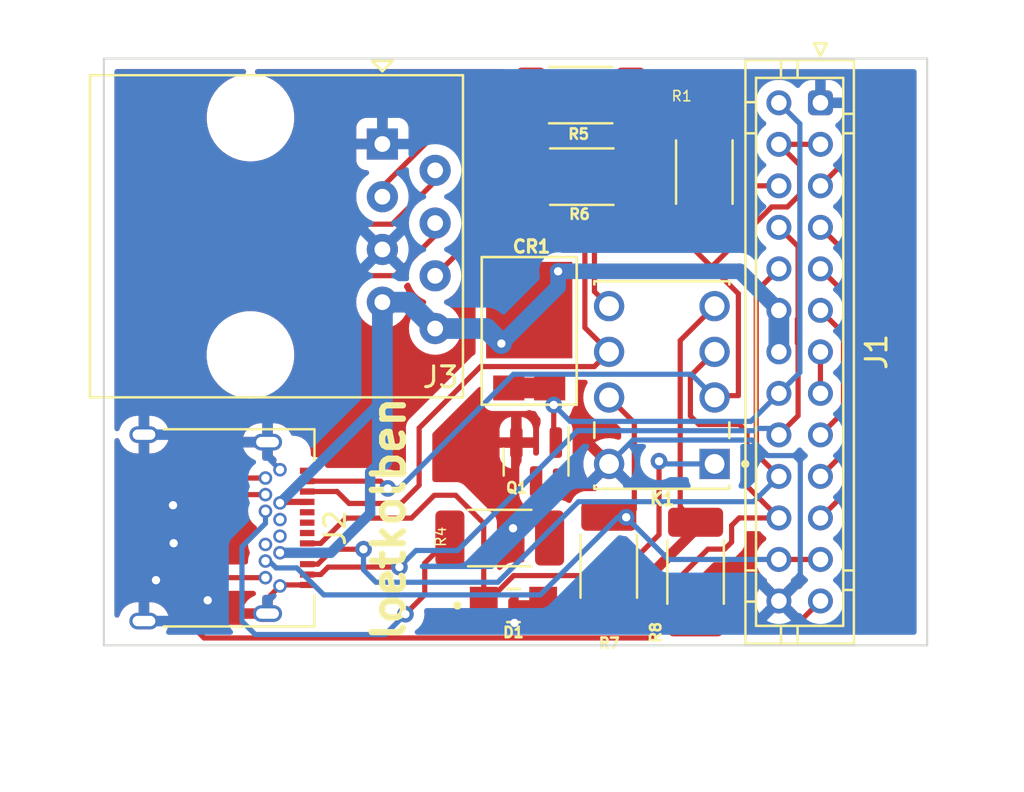
<source format=kicad_pcb>
(kicad_pcb (version 20211014) (generator pcbnew)
  (layers (0 "F.Cu" signal) (31 "B.Cu" signal) (34 "B.Paste" user) (35 "F.Paste" user) (36 "B.SilkS" user "B.Silkscreen") (37 "F.SilkS" user "F.Silkscreen") (38 "B.Mask" user) (39 "F.Mask" user) (44 "Edge.Cuts" user))
  (net 0 "")
  (net 1 "SBU1")
  (net 2 "GND")
  (net 3 "IGN")
  (net 4 "CAN0_H")
  (net 5 "Net-(J1-Pad5)")
  (net 6 "CAN0_L")
  (net 7 "Net-(J1-Pad21)")
  (net 8 "CAN1_H")
  (net 9 "Net-(J1-Pad19)")
  (net 10 "CAN1_L")
  (net 11 "Net-(J1-Pad11)")
  (net 12 "+12V")
  (net 13 "Net-(J1-Pad13)")
  (net 14 "CAN2_L")
  (net 21 "SBU2")
  (net 22 "CAN3_L")
  (net 23 "CAN3_H")
  (net 24 "Net-(J3-Pad3)")
  (net 25 "Net-(J3-Pad6)")
  (net 26 "Net-(Q1-Pad3)")
  (net 27 "Relay_4")
  (net 28 "Net-(R8-Pad2)")
  (net 29 "CAN2_H")
  (net 30 "Relay_5")
  (footprint "Relay:DIO_BAV21W_RHG" (layer "F.Cu") (at 161.37 78.81)
    (fp_text reference "D1" (at 0 1.3 180) (layer "F.SilkS") (effects (font (size 0.5 0.5) (thickness 0.125))))
    (fp_text value "BAV21W_RHG")
    (fp_line (start 0.3 -0.8) (end -0.3 -0.8) (layer "F.SilkS") (width 0.127))
    (fp_line (start 0.3 0.8) (end -0.3 0.8) (layer "F.SilkS") (width 0.127))
    (fp_circle (center -2.7 0) (end -2.6 0) (layer "F.SilkS") (width 0.2) (fill none))
    (pad "A" smd rect locked (at 1.43 0) (size 1.34 1.8) (layers "F.Cu" "F.Paste" "F.Mask") (net 2 "GND"))
    (pad "C" smd rect locked (at -1.43 0) (size 1.34 1.8) (layers "F.Cu" "F.Paste" "F.Mask") (net 1 "SBU1"))
  )
  (footprint "Resistor_SMD:R_2010_5025Metric_Pad1.40x2.65mm_HandSolder" (layer "F.Cu") (at 170.14 77.2 -90)
    (fp_text reference "R8" (at 2.91 1.92 90) (layer "F.SilkS") (effects (font (size 0.5 0.5) (thickness 0.125))))
    (fp_text value "120R")
    (fp_line (start -1.527064 1.36) (end 1.527064 1.36) (layer "F.SilkS") (width 0.12))
    (fp_line (start -1.527064 -1.36) (end 1.527064 -1.36) (layer "F.SilkS") (width 0.12))
    (pad "1" smd roundrect (at -2.4 0 270) (size 1.4 2.65) (layers "F.Cu" "F.Paste" "F.Mask") (roundrect_rratio 0.1785707143) (net 27 "Relay_4"))
    (pad "2" smd roundrect (at 2.4 0 270) (size 1.4 2.65) (layers "F.Cu" "F.Paste" "F.Mask") (roundrect_rratio 0.1785707143) (net 28 "Net-(R8-Pad2)"))
  )
  (footprint "Resistor_SMD:R_2010_5025Metric_Pad1.40x2.65mm_HandSolder" (layer "F.Cu") (at 165.96 76.91 90)
    (fp_text reference "R7" (at -3.72 0.02) (layer "F.SilkS") (effects (font (size 0.5 0.5) (thickness 0.125))))
    (fp_text value "120R")
    (fp_line (start -1.527064 1.36) (end 1.527064 1.36) (layer "F.SilkS") (width 0.12))
    (fp_line (start -1.527064 -1.36) (end 1.527064 -1.36) (layer "F.SilkS") (width 0.12))
    (pad "1" smd roundrect (at -2.4 0 90) (size 1.4 2.65) (layers "F.Cu" "F.Paste" "F.Mask") (roundrect_rratio 0.1785707143) (net 27 "Relay_4"))
    (pad "2" smd roundrect (at 2.4 0 90) (size 1.4 2.65) (layers "F.Cu" "F.Paste" "F.Mask") (roundrect_rratio 0.1785707143) (net 14 "CAN2_L"))
  )
  (footprint "Resistor_SMD:R_2010_5025Metric_Pad1.40x2.65mm_HandSolder" (layer "F.Cu") (at 164.66 58.15 180)
    (fp_text reference "R6" (at 0.11 -1.81) (layer "F.SilkS") (effects (font (size 0.5 0.5) (thickness 0.125))))
    (fp_text value "10R")
    (fp_line (start -1.527064 -1.36) (end 1.527064 -1.36) (layer "F.SilkS") (width 0.12))
    (fp_line (start -1.527064 1.36) (end 1.527064 1.36) (layer "F.SilkS") (width 0.12))
    (pad "1" smd roundrect (at -2.4 0 180) (size 1.4 2.65) (layers "F.Cu" "F.Paste" "F.Mask") (roundrect_rratio 0.1785707143) (net 4 "CAN0_H"))
    (pad "2" smd roundrect (at 2.4 0 180) (size 1.4 2.65) (layers "F.Cu" "F.Paste" "F.Mask") (roundrect_rratio 0.1785707143) (net 25 "Net-(J3-Pad6)"))
  )
  (footprint "Connector_RJ:RJ45_Amphenol_54602-x08_Horizontal" (layer "F.Cu") (at 155.06 56.5775 -90)
    (fp_text reference "J3" (at 11.2325 -2.8) (layer "F.SilkS"))
    (fp_text value "RJ45")
    (fp_line (start 12.205 -3.88) (end 12.205 14.08) (layer "F.SilkS") (width 0.12))
    (fp_line (start -3.315 14.08) (end 12.205 14.08) (layer "F.SilkS") (width 0.12))
    (fp_line (start -3.315 -3.88) (end -3.315 14.08) (layer "F.SilkS") (width 0.12))
    (fp_line (start -4 -0.5) (end -4 0.5) (layer "F.SilkS") (width 0.12))
    (fp_line (start -4 0.5) (end -3.5 0) (layer "F.SilkS") (width 0.12))
    (fp_line (start 12.205 -3.88) (end -3.315 -3.88) (layer "F.SilkS") (width 0.12))
    (fp_line (start -3.5 0) (end -4 -0.5) (layer "F.SilkS") (width 0.12))
    (pad "" np_thru_hole circle (at -1.27 6.35 270) (size 3.2 3.2) (drill 3.2) (layers *.Cu *.Mask))
    (pad "" np_thru_hole circle (at 10.16 6.35 270) (size 3.2 3.2) (drill 3.2) (layers *.Cu *.Mask))
    (pad "1" thru_hole rect (at 0 0 270) (size 1.5 1.5) (drill 0.76) (layers *.Cu *.Mask) (net 2 "GND"))
    (pad "2" thru_hole circle (at 1.27 -2.54 270) (size 1.5 1.5) (drill 0.76) (layers *.Cu *.Mask) (net 22 "CAN3_L"))
    (pad "3" thru_hole circle (at 2.54 0 270) (size 1.5 1.5) (drill 0.76) (layers *.Cu *.Mask) (net 24 "Net-(J3-Pad3)"))
    (pad "4" thru_hole circle (at 3.81 -2.54 270) (size 1.5 1.5) (drill 0.76) (layers *.Cu *.Mask) (net 23 "CAN3_H"))
    (pad "5" thru_hole circle (at 5.08 0 270) (size 1.5 1.5) (drill 0.76) (layers *.Cu *.Mask) (net 2 "GND"))
    (pad "6" thru_hole circle (at 6.35 -2.54 270) (size 1.5 1.5) (drill 0.76) (layers *.Cu *.Mask) (net 25 "Net-(J3-Pad6)"))
    (pad "7" thru_hole circle (at 7.62 0 270) (size 1.5 1.5) (drill 0.76) (layers *.Cu *.Mask) (net 12 "+12V"))
    (pad "8" thru_hole circle (at 8.89 -2.54 270) (size 1.5 1.5) (drill 0.76) (layers *.Cu *.Mask) (net 12 "+12V"))
  )
  (footprint "Resistor_SMD:R_2010_5025Metric_Pad1.40x2.65mm_HandSolder" (layer "F.Cu") (at 164.61 54.22 180)
    (fp_text reference "R5" (at 0.1 -1.88) (layer "F.SilkS") (effects (font (size 0.5 0.5) (thickness 0.125))))
    (fp_text value "10R")
    (fp_line (start -1.527064 1.36) (end 1.527064 1.36) (layer "F.SilkS") (width 0.12))
    (fp_line (start -1.527064 -1.36) (end 1.527064 -1.36) (layer "F.SilkS") (width 0.12))
    (pad "1" smd roundrect (at -2.4 0 180) (size 1.4 2.65) (layers "F.Cu" "F.Paste" "F.Mask") (roundrect_rratio 0.1785707143) (net 6 "CAN0_L"))
    (pad "2" smd roundrect (at 2.4 0 180) (size 1.4 2.65) (layers "F.Cu" "F.Paste" "F.Mask") (roundrect_rratio 0.1785707143) (net 24 "Net-(J3-Pad3)"))
  )
  (footprint "Relay:TO-277" (layer "F.Cu") (at 162.13 65.58 -90)
    (fp_text reference "CR1" (at -4.06 -0.11 180) (layer "F.SilkS") (effects (font (size 0.6 0.6))))
    (fp_text value "FSV20100V")
    (fp_line (start 3.556 2.286) (end -3.556 2.286) (layer "F.SilkS") (width 0.127))
    (fp_line (start -3.556 2.286) (end -3.556 -2.286) (layer "F.SilkS") (width 0.127))
    (fp_line (start 3.556 -2.286) (end 3.556 2.286) (layer "F.SilkS") (width 0.127))
    (fp_line (start -3.556 -2.286) (end 3.556 -2.286) (layer "F.SilkS") (width 0.127))
    (pad "1" smd rect locked (at 2.75 -0.985 180) (size 1.5 1.2) (layers "F.Cu" "F.Paste" "F.Mask") (net 3 "IGN"))
    (pad "2" smd rect locked (at 2.75 0.985 180) (size 1.5 1.2) (layers "F.Cu" "F.Paste" "F.Mask") (net 3 "IGN"))
    (pad "3" smd rect locked (at -1 0) (size 4.15 4.65) (layers "F.Cu" "F.Paste" "F.Mask") (net 12 "+12V"))
  )
  (footprint "Connector_JST:JST_PHD_B26B-PHDSS_2x13_P2.00mm_Vertical" (layer "F.Cu") (at 176.15 54.5925 -90)
    (fp_text reference "J1" (at 12 -2.7 90) (layer "F.SilkS"))
    (fp_text value "5018762640")
    (fp_line (start -2.86 0.3) (end -2.86 -0.3) (layer "F.SilkS") (width 0.12))
    (fp_line (start 26.06 3.61) (end 26.06 -1.61) (layer "F.SilkS") (width 0.12))
    (fp_line (start -1.2 3.1) (end 25.2 3.1) (layer "F.SilkS") (width 0.12))
    (fp_line (start 25.2 3.1) (end 25.2 -1.1) (layer "F.SilkS") (width 0.12))
    (fp_line (start -2.06 1.9) (end -1.2 1.9) (layer "F.SilkS") (width 0.12))
    (fp_line (start 24.03 3.61) (end 24.03 3.1) (layer "F.SilkS") (width 0.12))
    (fp_line (start 26.06 -1.61) (end -2.06 -1.61) (layer "F.SilkS") (width 0.12))
    (fp_line (start 1.47 3.61) (end 1.47 3.1) (layer "F.SilkS") (width 0.12))
    (fp_line (start 26.06 1.1) (end 25.2 1.1) (layer "F.SilkS") (width 0.12))
    (fp_line (start 25.2 -1.1) (end -1.2 -1.1) (layer "F.SilkS") (width 0.12))
    (fp_line (start -2.26 0) (end -2.86 0.3) (layer "F.SilkS") (width 0.12))
    (fp_line (start -1.2 -1.1) (end -1.2 3.1) (layer "F.SilkS") (width 0.12))
    (fp_line (start -2.86 -0.3) (end -2.26 0) (layer "F.SilkS") (width 0.12))
    (fp_line (start -2.06 -1.61) (end -2.06 3.61) (layer "F.SilkS") (width 0.12))
    (fp_line (start 22.53 3.61) (end 22.53 3.1) (layer "F.SilkS") (width 0.12))
    (fp_line (start -2.06 3.61) (end 26.06 3.61) (layer "F.SilkS") (width 0.12))
    (fp_line (start 0.53 -1.61) (end 0.53 -1.1) (layer "F.SilkS") (width 0.12))
    (fp_line (start -2.06 1.1) (end -1.2 1.1) (layer "F.SilkS") (width 0.12))
    (fp_line (start 22.53 -1.61) (end 22.53 -1.1) (layer "F.SilkS") (width 0.12))
    (fp_line (start 23.47 -1.61) (end 23.47 -1.1) (layer "F.SilkS") (width 0.12))
    (fp_line (start -0.03 3.61) (end -0.03 3.1) (layer "F.SilkS") (width 0.12))
    (fp_line (start 1.47 -1.61) (end 1.47 -1.1) (layer "F.SilkS") (width 0.12))
    (fp_line (start 26.06 1.9) (end 25.2 1.9) (layer "F.SilkS") (width 0.12))
    (pad "1" thru_hole roundrect (at 0 0 270) (size 1.2 1.2) (drill 0.75) (layers *.Cu *.Mask) (roundrect_rratio 0.2083333333) (net 2 "GND"))
    (pad "2" thru_hole circle (at 0 2 270) (size 1.2 1.2) (drill 0.75) (layers *.Cu *.Mask) (net 3 "IGN"))
    (pad "3" thru_hole circle (at 2 0 270) (size 1.2 1.2) (drill 0.75) (layers *.Cu *.Mask) (net 4 "CAN0_H"))
    (pad "4" thru_hole circle (at 2 2 270) (size 1.2 1.2) (drill 0.75) (layers *.Cu *.Mask) (net 4 "CAN0_H"))
    (pad "5" thru_hole circle (at 4 0 270) (size 1.2 1.2) (drill 0.75) (layers *.Cu *.Mask) (net 5 "Net-(J1-Pad5)"))
    (pad "6" thru_hole circle (at 4 2 270) (size 1.2 1.2) (drill 0.75) (layers *.Cu *.Mask) (net 6 "CAN0_L"))
    (pad "7" thru_hole circle (at 6 0 270) (size 1.2 1.2) (drill 0.75) (layers *.Cu *.Mask) (net 7 "Net-(J1-Pad21)"))
    (pad "8" thru_hole circle (at 6 2 270) (size 1.2 1.2) (drill 0.75) (layers *.Cu *.Mask) (net 8 "CAN1_H"))
    (pad "9" thru_hole circle (at 8 0 270) (size 1.2 1.2) (drill 0.75) (layers *.Cu *.Mask) (net 9 "Net-(J1-Pad19)"))
    (pad "10" thru_hole circle (at 8 2 270) (size 1.2 1.2) (drill 0.75) (layers *.Cu *.Mask) (net 10 "CAN1_L"))
    (pad "11" thru_hole circle (at 10 0 270) (size 1.2 1.2) (drill 0.75) (layers *.Cu *.Mask) (net 11 "Net-(J1-Pad11)"))
    (pad "12" thru_hole circle (at 10 2 270) (size 1.2 1.2) (drill 0.75) (layers *.Cu *.Mask) (net 12 "+12V"))
    (pad "13" thru_hole circle (at 12 0 270) (size 1.2 1.2) (drill 0.75) (layers *.Cu *.Mask) (net 13 "Net-(J1-Pad13)"))
    (pad "14" thru_hole circle (at 12 2 270) (size 1.2 1.2) (drill 0.75) (layers *.Cu *.Mask) (net 12 "+12V"))
    (pad "15" thru_hole circle (at 14 0 270) (size 1.2 1.2) (drill 0.75) (layers *.Cu *.Mask) (net 13 "Net-(J1-Pad13)"))
    (pad "16" thru_hole circle (at 14 2 270) (size 1.2 1.2) (drill 0.75) (layers *.Cu *.Mask) (net 3 "IGN"))
    (pad "17" thru_hole circle (at 16 0 270) (size 1.2 1.2) (drill 0.75) (layers *.Cu *.Mask) (net 11 "Net-(J1-Pad11)"))
    (pad "18" thru_hole circle (at 16 2 270) (size 1.2 1.2) (drill 0.75) (layers *.Cu *.Mask) (net 8 "CAN1_H"))
    (pad "19" thru_hole circle (at 18 0 270) (size 1.2 1.2) (drill 0.75) (layers *.Cu *.Mask) (net 9 "Net-(J1-Pad19)"))
    (pad "20" thru_hole circle (at 18 2 270) (size 1.2 1.2) (drill 0.75) (layers *.Cu *.Mask) (net 10 "CAN1_L"))
    (pad "21" thru_hole circle (at 20 0 270) (size 1.2 1.2) (drill 0.75) (layers *.Cu *.Mask) (net 7 "Net-(J1-Pad21)"))
    (pad "22" thru_hole circle (at 20 2 270) (size 1.2 1.2) (drill 0.75) (layers *.Cu *.Mask) (net 29 "CAN2_H"))
    (pad "23" thru_hole circle (at 22 0 270) (size 1.2 1.2) (drill 0.75) (layers *.Cu *.Mask) (net 14 "CAN2_L"))
    (pad "24" thru_hole circle (at 22 2 270) (size 1.2 1.2) (drill 0.75) (layers *.Cu *.Mask) (net 14 "CAN2_L"))
    (pad "25" thru_hole circle (at 24 0 270) (size 1.2 1.2) (drill 0.75) (layers *.Cu *.Mask) (net 28 "Net-(R8-Pad2)"))
    (pad "26" thru_hole circle (at 24 2 270) (size 1.2 1.2) (drill 0.75) (layers *.Cu *.Mask) (net 2 "GND"))
  )
  (footprint "Resistor_SMD:R_2010_5025Metric_Pad1.40x2.65mm_HandSolder" (layer "F.Cu") (at 160.71 75.56 180)
    (fp_text reference "R4" (at 2.84 0.06 90) (layer "F.SilkS") (effects (font (size 0.5 0.5) (thickness 0.075))))
    (fp_text value "1K")
    (fp_line (start -1.527064 1.36) (end 1.527064 1.36) (layer "F.SilkS") (width 0.12))
    (fp_line (start -1.527064 -1.36) (end 1.527064 -1.36) (layer "F.SilkS") (width 0.12))
    (pad "1" smd roundrect (at -2.4 0 180) (size 1.4 2.65) (layers "F.Cu" "F.Paste" "F.Mask") (roundrect_rratio 0.1785707143) (net 26 "Net-(Q1-Pad3)"))
    (pad "2" smd roundrect (at 2.4 0 180) (size 1.4 2.65) (layers "F.Cu" "F.Paste" "F.Mask") (roundrect_rratio 0.1785707143) (net 21 "SBU2"))
  )
  (footprint "Package_TO_SOT_SMD:SOT-23" (layer "F.Cu") (at 162.46 71.9 -90)
    (fp_text reference "Q1" (at 1.24 0.93 180) (layer "F.SilkS") (effects (font (size 0.5 0.5) (thickness 0.125))))
    (fp_text value "SO2222")
    (fp_line (start 0 1.56) (end 0.65 1.56) (layer "F.SilkS") (width 0.12))
    (fp_line (start 0 -1.56) (end 0.65 -1.56) (layer "F.SilkS") (width 0.12))
    (fp_line (start 0 -1.56) (end -1.675 -1.56) (layer "F.SilkS") (width 0.12))
    (fp_line (start 0 1.56) (end -0.65 1.56) (layer "F.SilkS") (width 0.12))
    (pad "1" smd roundrect (at -0.9375 -0.95 270) (size 1.475 0.6) (layers "F.Cu" "F.Paste" "F.Mask") (net 3 "IGN"))
    (pad "2" smd roundrect (at -0.9375 0.95 270) (size 1.475 0.6) (layers "F.Cu" "F.Paste" "F.Mask") (net 2 "GND"))
    (pad "3" smd roundrect (at 0.9375 0 270) (size 1.475 0.6) (layers "F.Cu" "F.Paste" "F.Mask") (net 26 "Net-(Q1-Pad3)"))
  )
  (footprint "Connector_USB:USB_C_Receptacle_Amphenol_12401548E4-2A" (layer "F.Cu") (at 146.42 75.07 -90)
    (fp_text reference "J2" (at 0 -6.36 90) (layer "F.SilkS"))
    (fp_text value "USB_C_Receptacle")
    (fp_line (start 3.25 -5.37) (end 4.75 -5.37) (layer "F.SilkS") (width 0.12))
    (fp_line (start -4.75 -5.37) (end -4.75 1.89) (layer "F.SilkS") (width 0.12))
    (fp_line (start -4.75 -5.37) (end -3.25 -5.37) (layer "F.SilkS") (width 0.12))
    (fp_line (start 4.75 -5.37) (end 4.75 1.89) (layer "F.SilkS") (width 0.12))
    (pad "" np_thru_hole oval (at 3.6 -4.36 270) (size 0.95 0.65) (drill oval 0.95 0.65) (layers *.Cu *.Mask))
    (pad "" np_thru_hole circle (at -3.6 -4.36 270) (size 0.65 0.65) (drill 0.65) (layers *.Cu *.Mask))
    (pad "A1" smd rect (at -2.75 -5.02 270) (size 0.3 0.7) (layers "F.Cu" "F.Paste" "F.Mask") (net 2 "GND"))
    (pad "A2" smd rect (at -2.25 -5.02 270) (size 0.3 0.7) (layers "F.Cu" "F.Paste" "F.Mask") (net 4 "CAN0_H"))
    (pad "A3" smd rect (at -1.75 -5.02 270) (size 0.3 0.7) (layers "F.Cu" "F.Paste" "F.Mask") (net 6 "CAN0_L"))
    (pad "A4" smd rect (at -1.25 -5.02 270) (size 0.3 0.7) (layers "F.Cu" "F.Paste" "F.Mask") (net 12 "+12V"))
    (pad "A5" smd rect (at -0.75 -5.02 270) (size 0.3 0.7) (layers "F.Cu" "F.Paste" "F.Mask"))
    (pad "A6" smd rect (at -0.25 -5.02 270) (size 0.3 0.7) (layers "F.Cu" "F.Paste" "F.Mask"))
    (pad "A7" smd rect (at 0.25 -5.02 270) (size 0.3 0.7) (layers "F.Cu" "F.Paste" "F.Mask"))
    (pad "A8" smd rect (at 0.75 -5.02 270) (size 0.3 0.7) (layers "F.Cu" "F.Paste" "F.Mask") (net 1 "SBU1"))
    (pad "A9" smd rect (at 1.25 -5.02 270) (size 0.3 0.7) (layers "F.Cu" "F.Paste" "F.Mask") (net 12 "+12V"))
    (pad "A10" smd rect (at 1.75 -5.02 270) (size 0.3 0.7) (layers "F.Cu" "F.Paste" "F.Mask") (net 10 "CAN1_L"))
    (pad "A11" smd rect (at 2.25 -5.02 270) (size 0.3 0.7) (layers "F.Cu" "F.Paste" "F.Mask") (net 8 "CAN1_H"))
    (pad "A12" smd rect (at 2.75 -5.02 270) (size 0.3 0.7) (layers "F.Cu" "F.Paste" "F.Mask") (net 2 "GND"))
    (pad "B1" thru_hole circle (at 2.8 -3.71 270) (size 0.65 0.65) (drill 0.4) (layers *.Cu *.Mask) (net 2 "GND"))
    (pad "B2" thru_hole circle (at 2.4 -3.01 270) (size 0.65 0.65) (drill 0.4) (layers *.Cu *.Mask) (net 29 "CAN2_H"))
    (pad "B3" thru_hole circle (at 1.6 -3.01 270) (size 0.65 0.65) (drill 0.4) (layers *.Cu *.Mask) (net 14 "CAN2_L"))
    (pad "B4" thru_hole circle (at 1.2 -3.71 270) (size 0.65 0.65) (drill 0.4) (layers *.Cu *.Mask) (net 12 "+12V"))
    (pad "B5" thru_hole circle (at 0.8 -3.01 270) (size 0.65 0.65) (drill 0.4) (layers *.Cu *.Mask))
    (pad "B6" thru_hole circle (at 0.4 -3.71 270) (size 0.65 0.65) (drill 0.4) (layers *.Cu *.Mask))
    (pad "B7" thru_hole circle (at -0.4 -3.71 270) (size 0.65 0.65) (drill 0.4) (layers *.Cu *.Mask))
    (pad "B8" thru_hole circle (at -0.8 -3.01 270) (size 0.65 0.65) (drill 0.4) (layers *.Cu *.Mask) (net 21 "SBU2"))
    (pad "B9" thru_hole circle (at -1.2 -3.71 270) (size 0.65 0.65) (drill 0.4) (layers *.Cu *.Mask) (net 12 "+12V"))
    (pad "B10" thru_hole circle (at -1.6 -3.01 270) (size 0.65 0.65) (drill 0.4) (layers *.Cu *.Mask) (net 22 "CAN3_L"))
    (pad "B11" thru_hole circle (at -2.4 -3.01 270) (size 0.65 0.65) (drill 0.4) (layers *.Cu *.Mask) (net 23 "CAN3_H"))
    (pad "B12" thru_hole circle (at -2.8 -3.71 270) (size 0.65 0.65) (drill 0.4) (layers *.Cu *.Mask) (net 2 "GND"))
    (pad "S1" thru_hole oval (at -4.49 2.84 270) (size 0.8 1.4) (drill oval 0.5 1.1) (layers *.Cu *.Mask) (net 2 "GND"))
    (pad "S1" thru_hole oval (at 4.49 2.84 270) (size 0.8 1.4) (drill oval 0.5 1.1) (layers *.Cu *.Mask) (net 2 "GND"))
    (pad "S1" thru_hole oval (at -4.13 -3.11 270) (size 0.8 1.4) (drill oval 0.5 1.1) (layers *.Cu *.Mask) (net 2 "GND"))
    (pad "S1" thru_hole oval (at 4.13 -3.11 270) (size 0.8 1.4) (drill oval 0.5 1.1) (layers *.Cu *.Mask) (net 2 "GND"))
  )
  (footprint "Relay:RELAY_G6K-2P-Y_DC3" (layer "F.Cu") (at 168.5145 68.19 180)
    (fp_text reference "K1" (at -0.0255 -5.5) (layer "F.SilkS") (effects (font (size 0.6 0.6))))
    (fp_text value "G6K-2P-Y_DC3")
    (fp_line (start -3.25 -1.8) (end -3.25 -2.55) (layer "F.SilkS") (width 0.127))
    (fp_line (start 3.25 -5) (end -3.25 -5) (layer "F.SilkS") (width 0.127))
    (fp_line (start -3.25 5) (end -3.25 4.849) (layer "F.SilkS") (width 0.127))
    (fp_line (start 3.25 -2.55) (end 3.25 -1.8) (layer "F.SilkS") (width 0.127))
    (fp_line (start 3.25 5) (end 3.25 4.849) (layer "F.SilkS") (width 0.127))
    (fp_line (start -3.25 -5) (end -3.25 -4.849) (layer "F.SilkS") (width 0.127))
    (fp_line (start 3.25 -4.849) (end 3.25 -5) (layer "F.SilkS") (width 0.127))
    (fp_line (start -3.25 5) (end 3.25 5) (layer "F.SilkS") (width 0.127))
    (fp_circle (center -4.015 -3.8) (end -3.915 -3.8) (layer "F.SilkS") (width 0.2) (fill none))
    (pad "1" thru_hole rect locked (at -2.54 -3.8 180) (size 1.458 1.458) (drill 0.95) (layers *.Cu *.Mask) (net 1 "SBU1"))
    (pad "2" thru_hole circle locked (at -2.54 -0.6 180) (size 1.458 1.458) (drill 0.95) (layers *.Cu *.Mask) (net 4 "CAN0_H"))
    (pad "3" thru_hole circle locked (at -2.54 1.6 180) (size 1.458 1.458) (drill 0.95) (layers *.Cu *.Mask) (net 29 "CAN2_H"))
    (pad "4" thru_hole circle locked (at -2.54 3.8 180) (size 1.458 1.458) (drill 0.95) (layers *.Cu *.Mask) (net 27 "Relay_4"))
    (pad "5" thru_hole circle locked (at 2.54 3.8 180) (size 1.458 1.458) (drill 0.95) (layers *.Cu *.Mask) (net 30 "Relay_5"))
    (pad "6" thru_hole circle locked (at 2.54 1.6 180) (size 1.458 1.458) (drill 0.95) (layers *.Cu *.Mask) (net 6 "CAN0_L"))
    (pad "7" thru_hole circle locked (at 2.54 -0.6 180) (size 1.458 1.458) (drill 0.95) (layers *.Cu *.Mask) (net 14 "CAN2_L"))
    (pad "8" thru_hole circle locked (at 2.54 -3.8 180) (size 1.458 1.458) (drill 0.95) (layers *.Cu *.Mask) (net 2 "GND"))
  )
  (footprint "Resistor_SMD:R_2010_5025Metric_Pad1.40x2.65mm_HandSolder" (layer "F.Cu") (at 170.56 57.93 -90)
    (fp_text reference "R1" (at -3.66 1.09 180) (layer "F.SilkS") (effects (font (size 0.5 0.5) (thickness 0.075))))
    (fp_text value "120R")
    (fp_line (start -1.527064 1.36) (end 1.527064 1.36) (layer "F.SilkS") (width 0.12))
    (fp_line (start -1.527064 -1.36) (end 1.527064 -1.36) (layer "F.SilkS") (width 0.12))
    (pad "1" smd roundrect (at -2.4 0 270) (size 1.4 2.65) (layers "F.Cu" "F.Paste" "F.Mask") (roundrect_rratio 0.1785707143) (net 5 "Net-(J1-Pad5)"))
    (pad "2" smd roundrect (at 2.4 0 270) (size 1.4 2.65) (layers "F.Cu" "F.Paste" "F.Mask") (roundrect_rratio 0.1785707143) (net 30 "Relay_5"))
  )
  (gr_rect (start 141.65 52.46) (end 181.29 80.73) (layer "Edge.Cuts") (width 0.1) (fill none))
  (gr_text "loetkolben" (at 155.37 74.63 90) (layer "F.SilkS") (effects (font (size 1.5 1.5) (thickness 0.3))))
  (segment (start 168.38 75.4) (end 168.38 71.86) (width 0.25) (layer "F.Cu") (net 1))
  (segment (start 159.94 78.81) (end 161.38 77.37) (width 0.25) (layer "F.Cu") (net 1))
  (segment (start 156.46 74.6) (end 153.309022 74.6) (width 0.25) (layer "F.Cu") (net 1))
  (segment (start 159.94 78.81) (end 159.94 74.852506) (width 0.25) (layer "F.Cu") (net 1))
  (segment (start 161.38 77.37) (end 163.42 77.37) (width 0.25) (layer "F.Cu") (net 1))
  (segment (start 153.309022 74.6) (end 152.089022 75.82) (width 0.25) (layer "F.Cu") (net 1))
  (segment (start 159.94 74.852506) (end 158.587494 73.5) (width 0.25) (layer "F.Cu") (net 1))
  (segment (start 152.089022 75.82) (end 151.44 75.82) (width 0.25) (layer "F.Cu") (net 1))
  (segment (start 166.41 77.37) (end 167.71 76.07) (width 0.25) (layer "F.Cu") (net 1))
  (segment (start 163.42 77.37) (end 166.41 77.37) (width 0.25) (layer "F.Cu") (net 1))
  (segment (start 167.71 76.07) (end 168.38 75.4) (width 0.25) (layer "F.Cu") (net 1))
  (segment (start 158.587494 73.5) (end 157.56 73.5) (width 0.25) (layer "F.Cu") (net 1))
  (segment (start 157.56 73.5) (end 156.46 74.6) (width 0.25) (layer "F.Cu") (net 1))
  (via (at 168.38 71.86) (size 0.8) (drill 0.4) (layers "F.Cu" "B.Cu") (net 1))
  (segment (start 168.51 71.99) (end 168.38 71.86) (width 0.25) (layer "B.Cu") (net 1))
  (segment (start 171.0545 71.99) (end 168.51 71.99) (width 0.25) (layer "B.Cu") (net 1))
  (segment (start 150.18 77.82) (end 151.44 77.82) (width 0.25) (layer "F.Cu") (net 2))
  (segment (start 149.53 79.2) (end 147.29 79.2) (width 0.25) (layer "F.Cu") (net 2))
  (segment (start 149.53 78.47) (end 149.53 79.2) (width 0.25) (layer "F.Cu") (net 2))
  (segment (start 150.13 77.87) (end 150.18 77.82) (width 0.25) (layer "F.Cu") (net 2))
  (segment (start 147.29 79.2) (end 146.65 78.56) (width 0.25) (layer "F.Cu") (net 2))
  (segment (start 150.13 77.87) (end 149.53 78.47) (width 0.25) (layer "F.Cu") (net 2))
  (via (at 144.16 77.59) (size 0.8) (drill 0.4) (layers "F.Cu" "B.Cu") (net 2))
  (via (at 161.35 75.09) (size 0.8) (drill 0.4) (layers "F.Cu" "B.Cu") (net 2))
  (via (at 146.65 78.56) (size 0.8) (drill 0.4) (layers "F.Cu" "B.Cu") (net 2))
  (via (at 161.42 79.65) (size 0.8) (drill 0.4) (layers "F.Cu" "B.Cu") (net 2))
  (via (at 145.01 75.81) (size 0.8) (drill 0.4) (layers "F.Cu" "B.Cu") (net 2))
  (via (at 144.98 73.98) (size 0.8) (drill 0.4) (layers "F.Cu" "B.Cu") (net 2))
  (segment (start 175.06 71.59) (end 175.18 71.71) (width 0.25) (layer "B.Cu") (net 2))
  (segment (start 167.12546 70.83904) (end 172.85904 70.83904) (width 0.25) (layer "B.Cu") (net 2))
  (segment (start 150.13 72.27) (end 149.64 71.78) (width 0.25) (layer "B.Cu") (net 2))
  (segment (start 175.18 77.5625) (end 174.15 78.5925) (width 0.25) (layer "B.Cu") (net 2))
  (segment (start 149.64 71.05) (end 149.53 70.94) (width 0.25) (layer "B.Cu") (net 2))
  (segment (start 149.64 71.78) (end 149.64 71.05) (width 0.25) (layer "B.Cu") (net 2))
  (segment (start 172.85904 70.83904) (end 173.61 71.59) (width 0.25) (layer "B.Cu") (net 2))
  (segment (start 175.18 71.71) (end 175.18 77.5625) (width 0.25) (layer "B.Cu") (net 2))
  (segment (start 165.9745 71.99) (end 167.12546 70.83904) (width 0.25) (layer "B.Cu") (net 2))
  (segment (start 173.61 71.59) (end 175.06 71.59) (width 0.25) (layer "B.Cu") (net 2))
  (segment (start 163.115 68.33) (end 161.145 68.33) (width 1) (layer "F.Cu") (net 3))
  (segment (start 163.31 69.15) (end 163.115 68.955) (width 0.25) (layer "F.Cu") (net 3))
  (segment (start 163.31 70.8625) (end 163.41 70.9625) (width 0.25) (layer "F.Cu") (net 3))
  (segment (start 163.115 68.955) (end 163.115 68.33) (width 0.25) (layer "F.Cu") (net 3))
  (segment (start 163.31 69.15) (end 163.31 70.8625) (width 0.25) (layer "F.Cu") (net 3))
  (via (at 163.31 69.15) (size 0.8) (drill 0.4) (layers "F.Cu" "B.Cu") (net 3))
  (segment (start 172.8025 69.94) (end 174.15 68.5925) (width 0.25) (layer "B.Cu") (net 3))
  (segment (start 175.16 55.6025) (end 175.16 67.5825) (width 0.25) (layer "B.Cu") (net 3))
  (segment (start 163.31 69.15) (end 164.1 69.94) (width 0.25) (layer "B.Cu") (net 3))
  (segment (start 164.1 69.94) (end 172.8025 69.94) (width 0.25) (layer "B.Cu") (net 3))
  (segment (start 174.15 54.5925) (end 175.16 55.6025) (width 0.25) (layer "B.Cu") (net 3))
  (segment (start 175.16 67.5825) (end 174.15 68.5925) (width 0.25) (layer "B.Cu") (net 3))
  (segment (start 174.15 56.5925) (end 176.15 56.5925) (width 0.25) (layer "F.Cu") (net 4))
  (segment (start 172.2 63.79) (end 171.015 62.605) (width 0.25) (layer "F.Cu") (net 4))
  (segment (start 171.015 62.395) (end 171.015 62.605) (width 0.25) (layer "F.Cu") (net 4))
  (segment (start 174.15 56.5925) (end 175.15 57.5925) (width 0.25) (layer "F.Cu") (net 4))
  (segment (start 175.15 57.5925) (end 175.15 59.02) (width 0.25) (layer "F.Cu") (net 4))
  (segment (start 169.18 61.64) (end 167.06 59.52) (width 0.25) (layer "F.Cu") (net 4))
  (segment (start 171.0545 68.79) (end 171.1445 68.7) (width 0.25) (layer "F.Cu") (net 4))
  (segment (start 175.15 59.02) (end 174.56 59.61) (width 0.25) (layer "F.Cu") (net 4))
  (segment (start 170.05 61.64) (end 169.18 61.64) (width 0.25) (layer "F.Cu") (net 4))
  (segment (start 154.97 72.82) (end 155.32 73.17) (width 0.25) (layer "F.Cu") (net 4))
  (segment (start 174.56 59.61) (end 173.8 59.61) (width 0.25) (layer "F.Cu") (net 4))
  (segment (start 171.015 62.605) (end 170.05 61.64) (width 0.25) (layer "F.Cu") (net 4))
  (segment (start 171.1445 68.7) (end 172.2 68.7) (width 0.25) (layer "F.Cu") (net 4))
  (segment (start 172.2 68.7) (end 172.2 63.79) (width 0.25) (layer "F.Cu") (net 4))
  (segment (start 167.06 59.52) (end 167.06 58.15) (width 0.25) (layer "F.Cu") (net 4))
  (segment (start 151.44 72.82) (end 154.97 72.82) (width 0.25) (layer "F.Cu") (net 4))
  (segment (start 173.8 59.61) (end 171.015 62.395) (width 0.25) (layer "F.Cu") (net 4))
  (via (at 155.32 73.17) (size 0.8) (drill 0.4) (layers "F.Cu" "B.Cu") (net 4))
  (segment (start 155.32 73.17) (end 155.87 73.17) (width 0.25) (layer "B.Cu") (net 4))
  (segment (start 155.87 73.17) (end 161.37 67.67) (width 0.25) (layer "B.Cu") (net 4))
  (segment (start 161.37 67.67) (end 169.9345 67.67) (width 0.25) (layer "B.Cu") (net 4))
  (segment (start 169.9345 67.67) (end 171.0545 68.79) (width 0.25) (layer "B.Cu") (net 4))
  (segment (start 170.56 54.11) (end 170.56 55.53) (width 0.25) (layer "F.Cu") (net 5))
  (segment (start 171.3 53.37) (end 170.56 54.11) (width 0.25) (layer "F.Cu") (net 5))
  (segment (start 177.52 53.9) (end 176.99 53.37) (width 0.25) (layer "F.Cu") (net 5))
  (segment (start 177.52 57.2225) (end 177.52 53.9) (width 0.25) (layer "F.Cu") (net 5))
  (segment (start 176.15 58.5925) (end 177.52 57.2225) (width 0.25) (layer "F.Cu") (net 5))
  (segment (start 176.99 53.37) (end 171.3 53.37) (width 0.25) (layer "F.Cu") (net 5))
  (segment (start 156.83 73.02) (end 155.955489 73.894511) (width 0.25) (layer "F.Cu") (net 6))
  (segment (start 165.99 54.22) (end 167.01 54.22) (width 0.25) (layer "F.Cu") (net 6))
  (segment (start 165.9745 66.59) (end 165.2645 67.3) (width 0.25) (layer "F.Cu") (net 6))
  (segment (start 170.918218 58.5925) (end 167.01 54.684282) (width 0.25) (layer "F.Cu") (net 6))
  (segment (start 159.79 67.3) (end 156.83 70.26) (width 0.25) (layer "F.Cu") (net 6))
  (segment (start 153.454511 73.894511) (end 152.88 73.32) (width 0.25) (layer "F.Cu") (net 6))
  (segment (start 167.01 54.684282) (end 167.01 54.22) (width 0.25) (layer "F.Cu") (net 6))
  (segment (start 155.955489 73.894511) (end 153.454511 73.894511) (width 0.25) (layer "F.Cu") (net 6))
  (segment (start 156.83 70.26) (end 156.83 73.02) (width 0.25) (layer "F.Cu") (net 6))
  (segment (start 164.81 65.4255) (end 164.81 55.4) (width 0.25) (layer "F.Cu") (net 6))
  (segment (start 152.88 73.32) (end 151.44 73.32) (width 0.25) (layer "F.Cu") (net 6))
  (segment (start 165.2645 67.3) (end 159.79 67.3) (width 0.25) (layer "F.Cu") (net 6))
  (segment (start 164.81 55.4) (end 165.99 54.22) (width 0.25) (layer "F.Cu") (net 6))
  (segment (start 174.15 58.5925) (end 170.918218 58.5925) (width 0.25) (layer "F.Cu") (net 6))
  (segment (start 165.9745 66.59) (end 164.81 65.4255) (width 0.25) (layer "F.Cu") (net 6))
  (segment (start 178.16952 62.61202) (end 176.15 60.5925) (width 0.25) (layer "F.Cu") (net 7))
  (segment (start 178.16952 72.57298) (end 178.16952 62.61202) (width 0.25) (layer "F.Cu") (net 7))
  (segment (start 176.15 74.5925) (end 178.16952 72.57298) (width 0.25) (layer "F.Cu") (net 7))
  (segment (start 175.074511 69.667989) (end 175.074511 66.209554) (width 0.25) (layer "F.Cu") (net 8))
  (segment (start 175.04 66.175043) (end 175.04 65.009957) (width 0.25) (layer "F.Cu") (net 8))
  (segment (start 152.089022 77.32) (end 151.44 77.32) (width 0.25) (layer "F.Cu") (net 8))
  (segment (start 155.88 76.96) (end 152.449022 76.96) (width 0.25) (layer "F.Cu") (net 8))
  (segment (start 174.15 70.5925) (end 175.074511 69.667989) (width 0.25) (layer "F.Cu") (net 8))
  (segment (start 175.074511 61.517011) (end 174.15 60.5925) (width 0.25) (layer "F.Cu") (net 8))
  (segment (start 175.074511 64.975446) (end 175.074511 61.517011) (width 0.25) (layer "F.Cu") (net 8))
  (segment (start 152.449022 76.96) (end 152.089022 77.32) (width 0.25) (layer "F.Cu") (net 8))
  (segment (start 175.04 65.009957) (end 175.074511 64.975446) (width 0.25) (layer "F.Cu") (net 8))
  (segment (start 175.074511 66.209554) (end 175.04 66.175043) (width 0.25) (layer "F.Cu") (net 8))
  (via (at 155.88 76.96) (size 0.8) (drill 0.4) (layers "F.Cu" "B.Cu") (net 8))
  (segment (start 172.988697 70.38952) (end 173.098217 70.28) (width 0.25) (layer "B.Cu") (net 8))
  (segment (start 158.68 76.16) (end 164.45048 70.38952) (width 0.25) (layer "B.Cu") (net 8))
  (segment (start 156.68 76.16) (end 158.68 76.16) (width 0.25) (layer "B.Cu") (net 8))
  (segment (start 155.88 76.96) (end 156.68 76.16) (width 0.25) (layer "B.Cu") (net 8))
  (segment (start 173.8375 70.28) (end 174.15 70.5925) (width 0.25) (layer "B.Cu") (net 8))
  (segment (start 164.45048 70.38952) (end 172.988697 70.38952) (width 0.25) (layer "B.Cu") (net 8))
  (segment (start 173.098217 70.28) (end 173.8375 70.28) (width 0.25) (layer "B.Cu") (net 8))
  (segment (start 176.15 72.5925) (end 177.72 71.0225) (width 0.25) (layer "F.Cu") (net 9))
  (segment (start 177.72 64.1625) (end 176.15 62.5925) (width 0.25) (layer "F.Cu") (net 9))
  (segment (start 177.72 71.0225) (end 177.72 64.1625) (width 0.25) (layer "F.Cu") (net 9))
  (segment (start 152.673304 76.1) (end 154.15 76.1) (width 0.25) (layer "F.Cu") (net 10))
  (segment (start 173.06952 71.51202) (end 173.06952 70.273803) (width 0.25) (layer "F.Cu") (net 10))
  (segment (start 173.06952 70.273803) (end 173.06 70.264283) (width 0.25) (layer "F.Cu") (net 10))
  (segment (start 174.15 72.5925) (end 173.06952 71.51202) (width 0.25) (layer "F.Cu") (net 10))
  (segment (start 173.06 70.264283) (end 173.06 63.6825) (width 0.25) (layer "F.Cu") (net 10))
  (segment (start 151.953304 76.82) (end 152.673304 76.1) (width 0.25) (layer "F.Cu") (net 10))
  (segment (start 173.06 63.6825) (end 174.15 62.5925) (width 0.25) (layer "F.Cu") (net 10))
  (segment (start 151.44 76.82) (end 151.953304 76.82) (width 0.25) (layer "F.Cu") (net 10))
  (via (at 154.15 76.1) (size 0.8) (drill 0.4) (layers "F.Cu" "B.Cu") (net 10))
  (segment (start 164.5 73.81) (end 172.9325 73.81) (width 0.25) (layer "B.Cu") (net 10))
  (segment (start 154.15 76.1) (end 154.15 77.09) (width 0.25) (layer "B.Cu") (net 10))
  (segment (start 160.62 77.69) (end 164.5 73.81) (width 0.25) (layer "B.Cu") (net 10))
  (segment (start 172.9325 73.81) (end 174.15 72.5925) (width 0.25) (layer "B.Cu") (net 10))
  (segment (start 154.15 77.09) (end 154.75 77.69) (width 0.25) (layer "B.Cu") (net 10))
  (segment (start 154.75 77.69) (end 160.62 77.69) (width 0.25) (layer "B.Cu") (net 10))
  (segment (start 177.26 69.4825) (end 177.26 65.7025) (width 0.25) (layer "F.Cu") (net 11))
  (segment (start 176.15 70.5925) (end 177.26 69.4825) (width 0.25) (layer "F.Cu") (net 11))
  (segment (start 177.26 65.7025) (end 176.15 64.5925) (width 0.25) (layer "F.Cu") (net 11))
  (segment (start 150.18 76.32) (end 150.13 76.27) (width 0.25) (layer "F.Cu") (net 12))
  (segment (start 151.44 76.32) (end 150.18 76.32) (width 0.3) (layer "F.Cu") (net 12))
  (segment (start 151.44 73.82) (end 150.18 73.82) (width 0.3) (layer "F.Cu") (net 12))
  (segment (start 150.18 73.82) (end 150.13 73.87) (width 0.25) (layer "F.Cu") (net 12))
  (via (at 163.52 62.71) (size 0.8) (drill 0.4) (layers "F.Cu" "B.Cu") (net 12))
  (via (at 160.79 66.19) (size 0.8) (drill 0.4) (layers "F.Cu" "B.Cu") (net 12))
  (segment (start 163.52 62.71) (end 163.52 63.46) (width 0.75) (layer "B.Cu") (net 12))
  (segment (start 160.0675 65.4675) (end 160.79 66.19) (width 1) (layer "B.Cu") (net 12))
  (segment (start 150.13 76.27) (end 152.58 76.27) (width 0.5) (layer "B.Cu") (net 12))
  (segment (start 154.470489 74.379511) (end 154.470489 72.38913) (width 0.5) (layer "B.Cu") (net 12))
  (segment (start 152.58 76.27) (end 154.470489 74.379511) (width 0.5) (layer "B.Cu") (net 12))
  (segment (start 154.470489 72.38913) (end 155.06 71.799619) (width 0.5) (layer "B.Cu") (net 12))
  (segment (start 163.52 63.46) (end 160.79 66.19) (width 0.75) (layer "B.Cu") (net 12))
  (segment (start 156.33 64.1975) (end 157.6 65.4675) (width 1) (layer "B.Cu") (net 12))
  (segment (start 163.52 62.71) (end 172.2675 62.71) (width 0.75) (layer "B.Cu") (net 12))
  (segment (start 157.6 65.4675) (end 160.0675 65.4675) (width 1) (layer "B.Cu") (net 12))
  (segment (start 150.13 73.87) (end 155.06 68.94) (width 0.5) (layer "B.Cu") (net 12))
  (segment (start 155.06 64.1975) (end 156.33 64.1975) (width 1) (layer "B.Cu") (net 12))
  (segment (start 155.06 68.94) (end 155.06 64.1975) (width 1) (layer "B.Cu") (net 12))
  (segment (start 155.06 71.799619) (end 155.06 68.94) (width 1) (layer "B.Cu") (net 12))
  (segment (start 172.2675 62.71) (end 174.15 64.5925) (width 0.75) (layer "B.Cu") (net 12))
  (segment (start 174.15 66.5925) (end 174.15 64.5925) (width 1) (layer "B.Cu") (net 12))
  (segment (start 176.15 68.5925) (end 176.15 66.5925) (width 0.25) (layer "F.Cu") (net 13))
  (segment (start 176.15 76.5925) (end 174.15 76.5925) (width 0.25) (layer "F.Cu") (net 14))
  (segment (start 166.8 74.56) (end 167.19 74.17) (width 0.25) (layer "F.Cu") (net 14))
  (segment (start 167.19 70.0055) (end 165.9745 68.79) (width 0.25) (layer "F.Cu") (net 14))
  (segment (start 166.75 74.51) (end 165.96 74.51) (width 0.25) (layer "F.Cu") (net 14))
  (segment (start 167.19 74.17) (end 167.19 70.0055) (width 0.25) (layer "F.Cu") (net 14))
  (segment (start 166.8 74.56) (end 166.75 74.51) (width 0.25) (layer "F.Cu") (net 14))
  (via (at 166.8 74.56) (size 0.8) (drill 0.4) (layers "F.Cu" "B.Cu") (net 14))
  (segment (start 150.94 77) (end 149.941452 77) (width 0.25) (layer "B.Cu") (net 14))
  (segment (start 162.66 78.3) (end 152.24 78.3) (width 0.25) (layer "B.Cu") (net 14))
  (segment (start 166.8 74.56) (end 166.4 74.56) (width 0.25) (layer "B.Cu") (net 14))
  (segment (start 149.941452 77) (end 149.611452 76.67) (width 0.25) (layer "B.Cu") (net 14))
  (segment (start 152.24 78.3) (end 150.94 77) (width 0.25) (layer "B.Cu") (net 14))
  (segment (start 166.4 74.56) (end 162.66 78.3) (width 0.25) (layer "B.Cu") (net 14))
  (segment (start 168.8325 76.5925) (end 174.15 76.5925) (width 0.25) (layer "B.Cu") (net 14))
  (segment (start 166.8 74.56) (end 168.8325 76.5925) (width 0.25) (layer "B.Cu") (net 14))
  (segment (start 149.611452 76.67) (end 149.43 76.67) (width 0.25) (layer "B.Cu") (net 14))
  (segment (start 157.1 78.29) (end 157.1 76.77) (width 0.25) (layer "F.Cu") (net 21))
  (segment (start 156.17 79.22) (end 157.1 78.29) (width 0.25) (layer "F.Cu") (net 21))
  (segment (start 157.1 76.77) (end 158.31 75.56) (width 0.25) (layer "F.Cu") (net 21))
  (segment (start 156.17 79.23) (end 156.17 79.22) (width 0.25) (layer "F.Cu") (net 21))
  (via (at 156.17 79.23) (size 0.8) (drill 0.4) (layers "F.Cu" "B.Cu") (net 21))
  (segment (start 149.43 74.27) (end 149.43 74.854408) (width 0.25) (layer "B.Cu") (net 21))
  (segment (start 155.19 80.21) (end 156.17 79.23) (width 0.25) (layer "B.Cu") (net 21))
  (segment (start 148.3 75.984408) (end 148.3 79.57) (width 0.25) (layer "B.Cu") (net 21))
  (segment (start 148.3 79.57) (end 148.94 80.21) (width 0.25) (layer "B.Cu") (net 21))
  (segment (start 148.94 80.21) (end 155.19 80.21) (width 0.25) (layer "B.Cu") (net 21))
  (segment (start 149.43 74.854408) (end 148.3 75.984408) (width 0.25) (layer "B.Cu") (net 21))
  (segment (start 145.57 71.72) (end 147.32 73.47) (width 0.25) (layer "F.Cu") (net 22))
  (segment (start 155.53 60.44) (end 149.71 60.44) (width 0.25) (layer "F.Cu") (net 22))
  (segment (start 147.32 73.47) (end 149.43 73.47) (width 0.25) (layer "F.Cu") (net 22))
  (segment (start 157.6 57.8475) (end 157.6 58.37) (width 0.25) (layer "F.Cu") (net 22))
  (segment (start 149.71 60.44) (end 145.57 64.58) (width 0.25) (layer "F.Cu") (net 22))
  (segment (start 145.57 64.58) (end 145.57 71.72) (width 0.25) (layer "F.Cu") (net 22))
  (segment (start 157.6 58.37) (end 155.53 60.44) (width 0.25) (layer "F.Cu") (net 22))
  (segment (start 157.6 60.3875) (end 157.6 60.99) (width 0.25) (layer "F.Cu") (net 23))
  (segment (start 146.14 65.13) (end 146.14 71.26) (width 0.25) (layer "F.Cu") (net 23))
  (segment (start 155.67 62.92) (end 148.35 62.92) (width 0.25) (layer "F.Cu") (net 23))
  (segment (start 148.35 62.92) (end 146.14 65.13) (width 0.25) (layer "F.Cu") (net 23))
  (segment (start 146.14 71.26) (end 147.55 72.67) (width 0.25) (layer "F.Cu") (net 23))
  (segment (start 147.55 72.67) (end 149.43 72.67) (width 0.25) (layer "F.Cu") (net 23))
  (segment (start 157.6 60.99) (end 155.67 62.92) (width 0.25) (layer "F.Cu") (net 23))
  (segment (start 155.06 59.1175) (end 155.06 58.64) (width 0.25) (layer "F.Cu") (net 24))
  (segment (start 155.06 58.64) (end 159.48 54.22) (width 0.25) (layer "F.Cu") (net 24))
  (segment (start 159.48 54.22) (end 162.21 54.22) (width 0.25) (layer "F.Cu") (net 24))
  (segment (start 157.6 62.9275) (end 162.26 58.2675) (width 0.25) (layer "F.Cu") (net 25))
  (segment (start 162.26 58.2675) (end 162.26 58.15) (width 0.25) (layer "F.Cu") (net 25))
  (segment (start 162.46 72.8375) (end 162.46 74.91) (width 0.25) (layer "F.Cu") (net 26))
  (segment (start 162.46 74.91) (end 163.11 75.56) (width 0.25) (layer "F.Cu") (net 26))
  (segment (start 171.0545 64.39) (end 169.4 66.0445) (width 0.25) (layer "F.Cu") (net 27))
  (segment (start 165.91 79.385) (end 165.96 79.335) (width 0.25) (layer "F.Cu") (net 27))
  (segment (start 170.14 75.155) (end 165.91 79.385) (width 0.5) (layer "F.Cu") (net 27))
  (segment (start 169.4 66.0445) (end 169.4 74.06) (width 0.25) (layer "F.Cu") (net 27))
  (segment (start 165.96 79.335) (end 165.96 79.31) (width 0.25) (layer "F.Cu") (net 27))
  (segment (start 169.4 74.06) (end 170.14 74.8) (width 0.25) (layer "F.Cu") (net 27))
  (segment (start 170.14 74.8) (end 170.14 75.155) (width 0.5) (layer "F.Cu") (net 27))
  (segment (start 176.15 78.5925) (end 174.8725 79.87) (width 0.25) (layer "F.Cu") (net 28))
  (segment (start 174.8725 79.87) (end 170.41 79.87) (width 0.25) (layer "F.Cu") (net 28))
  (segment (start 170.41 79.87) (end 170.14 79.6) (width 0.25) (layer "F.Cu") (net 28))
  (segment (start 172.2375 74.5925) (end 174.15 74.5925) (width 0.25) (layer "F.Cu") (net 29))
  (segment (start 169.89 67.7545) (end 169.89 69.68) (width 0.25) (layer "F.Cu") (net 29))
  (segment (start 146.54 77.47) (end 145.59 78.42) (width 0.25) (layer "F.Cu") (net 29))
  (segment (start 171.0545 66.59) (end 169.89 67.7545) (width 0.25) (layer "F.Cu") (net 29))
  (segment (start 168.075489 80.374511) (end 168.23 80.22) (width 0.25) (layer "F.Cu") (net 29))
  (segment (start 172.62 70.46) (end 172.62 73.0625) (width 0.25) (layer "F.Cu") (net 29))
  (segment (start 172.25 70.09) (end 172.62 70.46) (width 0.25) (layer "F.Cu") (net 29))
  (segment (start 145.59 79.49) (end 146.474511 80.374511) (width 0.25) (layer "F.Cu") (net 29))
  (segment (start 168.23 80.22) (end 168.23 78.6) (width 0.25) (layer "F.Cu") (net 29))
  (segment (start 169.89 69.68) (end 170.3 70.09) (width 0.25) (layer "F.Cu") (net 29))
  (segment (start 170.73548 76.09452) (end 171.537974 76.09452) (width 0.25) (layer "F.Cu") (net 29))
  (segment (start 171.87452 74.95548) (end 172.2375 74.5925) (width 0.25) (layer "F.Cu") (net 29))
  (segment (start 149.43 77.47) (end 146.54 77.47) (width 0.25) (layer "F.Cu") (net 29))
  (segment (start 145.59 78.42) (end 145.59 79.49) (width 0.25) (layer "F.Cu") (net 29))
  (segment (start 168.23 78.6) (end 170.73548 76.09452) (width 0.25) (layer "F.Cu") (net 29))
  (segment (start 171.537974 76.09452) (end 171.87452 75.757974) (width 0.25) (layer "F.Cu") (net 29))
  (segment (start 170.3 70.09) (end 172.25 70.09) (width 0.25) (layer "F.Cu") (net 29))
  (segment (start 172.62 73.0625) (end 174.15 74.5925) (width 0.25) (layer "F.Cu") (net 29))
  (segment (start 146.474511 80.374511) (end 168.075489 80.374511) (width 0.25) (layer "F.Cu") (net 29))
  (segment (start 171.87452 75.757974) (end 171.87452 74.95548) (width 0.25) (layer "F.Cu") (net 29))
  (segment (start 165.43 56.27) (end 167.96 56.27) (width 0.25) (layer "F.Cu") (net 30))
  (segment (start 168.47 59.28) (end 169.52 60.33) (width 0.25) (layer "F.Cu") (net 30))
  (segment (start 165.27 63.6855) (end 165.27 56.43) (width 0.25) (layer "F.Cu") (net 30))
  (segment (start 168.47 56.78) (end 168.47 59.28) (width 0.25) (layer "F.Cu") (net 30))
  (segment (start 165.27 56.43) (end 165.43 56.27) (width 0.25) (layer "F.Cu") (net 30))
  (segment (start 165.9745 64.39) (end 165.27 63.6855) (width 0.25) (layer "F.Cu") (net 30))
  (segment (start 169.52 60.33) (end 170.56 60.33) (width 0.25) (layer "F.Cu") (net 30))
  (segment (start 167.96 56.27) (end 168.47 56.78) (width 0.25) (layer "F.Cu") (net 30))
  (zone (net 2) (net_name "GND") (layer "F.Cu") (connect_pads (clearance 0.508)) (min_thickness 0.254) (fill yes (thermal_gap 0.508) (thermal_bridge_width 0.508))
    (polygon (pts (xy 182.82 51.17) (xy 185.76 85.11) (xy 185.59 86.9) (xy 140.1 87.8) (xy 136.65 49.64)))
  )
  (zone (net 2) (net_name "GND") (layer "B.Cu") (connect_pads (clearance 0.508)) (min_thickness 0.254) (fill yes (thermal_gap 0.508) (thermal_bridge_width 0.508))
    (polygon (pts (xy 182.72 51.4) (xy 185.96 83.55) (xy 138.61 86.27) (xy 138.73 50.84)))
  )
)
</source>
